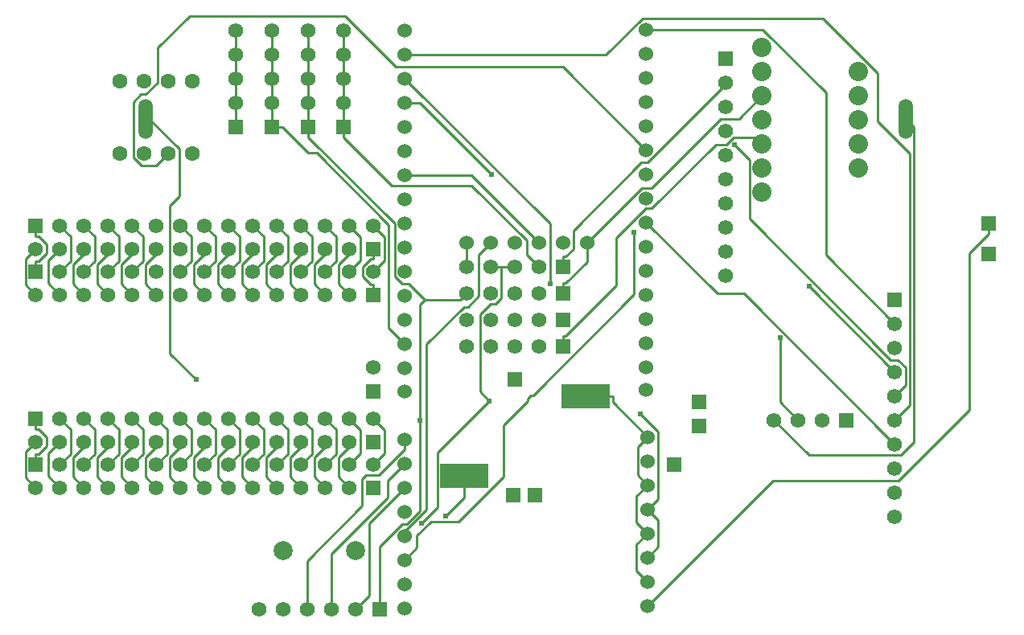
<source format=gbl>
G04 Layer: BottomLayer*
G04 EasyEDA v6.5.51, 2025-12-08 09:47:30*
G04 7167e3a2cd4a4cc2b36d8ec3c7a0698f,d159c27349c1460ca4c4e21dfb61053a,10*
G04 Gerber Generator version 0.2*
G04 Scale: 100 percent, Rotated: No, Reflected: No *
G04 Dimensions in millimeters *
G04 leading zeros omitted , absolute positions ,4 integer and 5 decimal *
%FSLAX45Y45*%
%MOMM*%

%AMMACRO1*21,1,$1,$2,0,0,$3*%
%ADD10C,0.2540*%
%ADD11MACRO1,5.08X2.54X0.0000*%
%ADD12MACRO1,1.5748X1.5748X-90.0000*%
%ADD13C,1.5748*%
%ADD14MACRO1,1.5748X1.5748X0.0000*%
%ADD15O,1.499997X4.199992*%
%ADD16C,2.0000*%
%ADD17R,1.5748X1.5748*%
%ADD18R,0.0189X1.5748*%
%ADD19C,1.6000*%
%ADD20C,2.0320*%
%ADD21C,1.5240*%
%ADD22R,1.5000X1.5000*%
%ADD23C,0.6100*%

%LPD*%
D10*
X3962400Y2044700D02*
G01*
X4080052Y2162352D01*
X4080052Y2409647D01*
X3962400Y2527300D01*
X2184400Y4076700D02*
G01*
X2295525Y4187825D01*
X2295525Y4448175D01*
X2184400Y4559300D01*
X2438400Y3835400D02*
G01*
X2327275Y3946525D01*
X2327275Y4153560D01*
X2438400Y4264685D01*
X2438400Y4318000D01*
X5194300Y4381500D02*
G01*
X5067300Y4254500D01*
X5067300Y3820413D01*
X4955286Y3708400D01*
X4914265Y3708400D01*
X4520387Y3314522D01*
X4520387Y1566494D01*
X4292600Y1338706D01*
X4292600Y1295400D01*
X4292600Y6108700D02*
G01*
X5817565Y4583734D01*
X5817565Y3949344D01*
X2438400Y4076700D02*
G01*
X2549525Y4187825D01*
X2549525Y4448175D01*
X2438400Y4559300D01*
X2692400Y3835400D02*
G01*
X2581275Y3946525D01*
X2581275Y4153560D01*
X2692400Y4264685D01*
X2692400Y4318000D01*
X406400Y1803400D02*
G01*
X299567Y1910232D01*
X299567Y2179167D01*
X406400Y2286000D01*
X9448800Y3022600D02*
G01*
X8547125Y3924274D01*
X4292600Y5854700D02*
G01*
X4447565Y5854700D01*
X5199888Y5102377D01*
X9448800Y2768600D02*
G01*
X9562439Y2882239D01*
X9562439Y3069158D01*
X9481997Y3149600D01*
X9406839Y3149600D01*
X7922183Y4634255D01*
X7922183Y5257495D01*
X7761376Y5418302D01*
X4447844Y2510789D02*
G01*
X4447844Y1551609D01*
X4318431Y1422196D01*
X4267581Y1422196D01*
X4025900Y1180515D01*
X4025900Y520700D01*
X4499940Y3782060D02*
G01*
X4447844Y3729964D01*
X4447844Y2510789D01*
X3276600Y5600700D02*
G01*
X3276600Y5494045D01*
X3276600Y5494045D02*
G01*
X4188002Y4582642D01*
X4188002Y4029379D01*
X4267682Y3949700D01*
X4332300Y3949700D01*
X4499940Y3782060D01*
X4499940Y3782060D02*
G01*
X4874259Y3782060D01*
X4940300Y3848100D01*
X3276600Y5854700D02*
G01*
X3276600Y5600700D01*
X5956300Y3848100D02*
G01*
X5956300Y3954754D01*
X5956300Y3954754D02*
G01*
X5982970Y3954754D01*
X6210300Y4182084D01*
X6210300Y4381500D01*
X3276600Y6362700D02*
G01*
X3276600Y6616700D01*
X3276600Y6108700D02*
G01*
X3276600Y6362700D01*
X3276600Y5854700D02*
G01*
X3276600Y6108700D01*
X8051876Y5930976D02*
G01*
X7807680Y5686780D01*
X7617790Y5686780D01*
X6888962Y4957953D01*
X6786752Y4957953D01*
X6210300Y4381500D01*
X6845300Y2336800D02*
G01*
X6479514Y2702585D01*
X6479514Y2768600D01*
X6845300Y1828800D02*
G01*
X6741033Y1933067D01*
X6741033Y2232532D01*
X6845300Y2336800D01*
X6197600Y2768600D02*
G01*
X6479514Y2768600D01*
X6845300Y1320800D02*
G01*
X6729120Y1436979D01*
X6729120Y1712620D01*
X6845300Y1828800D01*
X6845300Y812800D02*
G01*
X6729120Y928979D01*
X6729120Y1204620D01*
X6845300Y1320800D01*
X2895600Y5600700D02*
G01*
X3002254Y5600700D01*
X4292600Y3314700D02*
G01*
X4122623Y3484676D01*
X4122623Y4568317D01*
X3362629Y5328310D01*
X3274644Y5328310D01*
X3002254Y5600700D01*
X2895600Y5600700D02*
G01*
X2895600Y5854700D01*
X2895600Y6362700D02*
G01*
X2895600Y6616700D01*
X2895600Y6108700D02*
G01*
X2895600Y6362700D01*
X2895600Y5854700D02*
G01*
X2895600Y6108700D01*
X3263900Y520700D02*
G01*
X3263900Y1030376D01*
X3844239Y1610715D01*
X3844239Y1891309D01*
X3883659Y1930730D01*
X4018457Y1930730D01*
X4292600Y2204872D01*
X4292600Y2311400D01*
X3962400Y4076700D02*
G01*
X4080052Y4194352D01*
X4080052Y4441647D01*
X3962400Y4559300D01*
X6832600Y6629400D02*
G01*
X8057083Y6629400D01*
X8724341Y5962142D01*
X8724341Y4255058D01*
X9448800Y3530600D01*
X406400Y2527300D02*
G01*
X406400Y2420645D01*
X406400Y2044700D02*
G01*
X406400Y2151354D01*
X406400Y2151354D02*
G01*
X433070Y2151354D01*
X517525Y2235809D01*
X517525Y2336190D01*
X433070Y2420645D01*
X406400Y2420645D01*
X660400Y2044700D02*
G01*
X771525Y2155825D01*
X771525Y2416175D01*
X660400Y2527300D01*
X914400Y2044700D02*
G01*
X1025525Y2155825D01*
X1025525Y2416175D01*
X914400Y2527300D01*
X1168400Y2044700D02*
G01*
X1279525Y2155825D01*
X1279525Y2416175D01*
X1168400Y2527300D01*
X1422400Y2044700D02*
G01*
X1533525Y2155825D01*
X1533525Y2416175D01*
X1422400Y2527300D01*
X1676400Y2044700D02*
G01*
X1787525Y2155825D01*
X1787525Y2416175D01*
X1676400Y2527300D01*
X1930400Y2044700D02*
G01*
X2041525Y2155825D01*
X2041525Y2416175D01*
X1930400Y2527300D01*
X2184400Y2044700D02*
G01*
X2295525Y2155825D01*
X2295525Y2416175D01*
X2184400Y2527300D01*
X2438400Y2044700D02*
G01*
X2549525Y2155825D01*
X2549525Y2416175D01*
X2438400Y2527300D01*
X2692400Y2044700D02*
G01*
X2803525Y2155825D01*
X2803525Y2416175D01*
X2692400Y2527300D01*
X2946400Y2044700D02*
G01*
X3057525Y2155825D01*
X3057525Y2416175D01*
X2946400Y2527300D01*
X3200400Y2044700D02*
G01*
X3311525Y2155825D01*
X3311525Y2416175D01*
X3200400Y2527300D01*
X406400Y3835400D02*
G01*
X299567Y3942232D01*
X299567Y4211167D01*
X406400Y4318000D01*
X406400Y4559300D02*
G01*
X406400Y4452645D01*
X406400Y4076700D02*
G01*
X406400Y4183354D01*
X406400Y4183354D02*
G01*
X433070Y4183354D01*
X517525Y4267809D01*
X517525Y4368190D01*
X433070Y4452645D01*
X406400Y4452645D01*
X660400Y4076700D02*
G01*
X771525Y4187825D01*
X771525Y4448175D01*
X660400Y4559300D01*
X914400Y4076700D02*
G01*
X1025525Y4187825D01*
X1025525Y4448175D01*
X914400Y4559300D01*
X1168400Y4076700D02*
G01*
X1279525Y4187825D01*
X1279525Y4448175D01*
X1168400Y4559300D01*
X1422400Y4076700D02*
G01*
X1533525Y4187825D01*
X1533525Y4448175D01*
X1422400Y4559300D01*
X1930400Y4076700D02*
G01*
X2041525Y4187825D01*
X2041525Y4448175D01*
X1930400Y4559300D01*
X2692400Y4076700D02*
G01*
X2803525Y4187825D01*
X2803525Y4448175D01*
X2692400Y4559300D01*
X3200400Y4076700D02*
G01*
X3311525Y4187825D01*
X3311525Y4448175D01*
X3200400Y4559300D01*
X3454400Y4076700D02*
G01*
X3565525Y4187825D01*
X3565525Y4448175D01*
X3454400Y4559300D01*
X3708400Y4076700D02*
G01*
X3826052Y4194352D01*
X3826052Y4441647D01*
X3708400Y4559300D01*
X3454400Y1803400D02*
G01*
X3343275Y1914525D01*
X3343275Y2121560D01*
X3454400Y2232685D01*
X3454400Y2286000D01*
X3200400Y1803400D02*
G01*
X3089275Y1914525D01*
X3089275Y2121560D01*
X3200400Y2232685D01*
X3200400Y2286000D01*
X2946400Y1803400D02*
G01*
X2835275Y1914525D01*
X2835275Y2121560D01*
X2946400Y2232685D01*
X2946400Y2286000D01*
X2692400Y1803400D02*
G01*
X2581275Y1914525D01*
X2581275Y2121560D01*
X2692400Y2232685D01*
X2692400Y2286000D01*
X2438400Y1803400D02*
G01*
X2327275Y1914525D01*
X2327275Y2121560D01*
X2438400Y2232685D01*
X2438400Y2286000D01*
X2184400Y1803400D02*
G01*
X2073275Y1914525D01*
X2073275Y2121560D01*
X2184400Y2232685D01*
X2184400Y2286000D01*
X1930400Y1803400D02*
G01*
X1819275Y1914525D01*
X1819275Y2121560D01*
X1930400Y2232685D01*
X1930400Y2286000D01*
X1676400Y1803400D02*
G01*
X1565275Y1914525D01*
X1565275Y2121560D01*
X1676400Y2232685D01*
X1676400Y2286000D01*
X1422400Y1803400D02*
G01*
X1311275Y1914525D01*
X1311275Y2121560D01*
X1422400Y2232685D01*
X1422400Y2286000D01*
X1168400Y1803400D02*
G01*
X1057275Y1914525D01*
X1057275Y2121560D01*
X1168400Y2232685D01*
X1168400Y2286000D01*
X3708400Y3835400D02*
G01*
X3597275Y3946525D01*
X3597275Y4153560D01*
X3708400Y4264685D01*
X3708400Y4318000D01*
X1676400Y3835400D02*
G01*
X1565275Y3946525D01*
X1565275Y4153560D01*
X1676400Y4264685D01*
X1676400Y4318000D01*
X3962400Y4318000D02*
G01*
X3962400Y4211345D01*
X3962400Y3835400D02*
G01*
X3962400Y3942054D01*
X3962400Y3942054D02*
G01*
X3935729Y3942054D01*
X3852341Y4025442D01*
X3852341Y4126737D01*
X3936949Y4211345D01*
X3962400Y4211345D01*
X914400Y1803400D02*
G01*
X803275Y1914525D01*
X803275Y2121560D01*
X914400Y2232685D01*
X914400Y2286000D01*
X660400Y1803400D02*
G01*
X538657Y1925142D01*
X538657Y2164257D01*
X660400Y2286000D01*
X3454400Y3835400D02*
G01*
X3343275Y3946525D01*
X3343275Y4153560D01*
X3454400Y4264685D01*
X3454400Y4318000D01*
X2946400Y3835400D02*
G01*
X2835275Y3946525D01*
X2835275Y4153560D01*
X2946400Y4264685D01*
X2946400Y4318000D01*
X2184400Y3835400D02*
G01*
X2073275Y3946525D01*
X2073275Y4153560D01*
X2184400Y4264685D01*
X2184400Y4318000D01*
X1422400Y3835400D02*
G01*
X1311275Y3946525D01*
X1311275Y4153560D01*
X1422400Y4264685D01*
X1422400Y4318000D01*
X1168400Y3835400D02*
G01*
X1057275Y3946525D01*
X1057275Y4153560D01*
X1168400Y4264685D01*
X1168400Y4318000D01*
X914400Y3835400D02*
G01*
X803275Y3946525D01*
X803275Y4153560D01*
X914400Y4264685D01*
X914400Y4318000D01*
X660400Y3835400D02*
G01*
X538657Y3957142D01*
X538657Y4196257D01*
X660400Y4318000D01*
X3454400Y2044700D02*
G01*
X3565525Y2155825D01*
X3565525Y2416175D01*
X3454400Y2527300D01*
X8178800Y2514600D02*
G01*
X8545855Y2147544D01*
X9513798Y2147544D01*
X9650984Y2284729D01*
X9650984Y5601207D01*
X9562591Y5689600D01*
X2946400Y4076700D02*
G01*
X3057525Y4187825D01*
X3057525Y4448175D01*
X2946400Y4559300D01*
X3200400Y3835400D02*
G01*
X3089275Y3946525D01*
X3089275Y4153560D01*
X3200400Y4264685D01*
X3200400Y4318000D01*
X4292600Y2057400D02*
G01*
X4114418Y1879219D01*
X4114418Y1700326D01*
X3517900Y1103807D01*
X3517900Y520700D01*
X5956300Y3289300D02*
G01*
X5956300Y3395954D01*
X5956300Y3395954D02*
G01*
X5982970Y3395954D01*
X6519036Y3932021D01*
X6519036Y4436516D01*
X6824979Y4742459D01*
X6889597Y4742459D01*
X7562570Y5415432D01*
X7675194Y5415432D01*
X7751419Y5491657D01*
X7983194Y5491657D01*
X8051876Y5422976D01*
X2514600Y5854700D02*
G01*
X2514600Y5600700D01*
X2514600Y6362700D02*
G01*
X2514600Y6616700D01*
X2514600Y6108700D02*
G01*
X2514600Y6362700D01*
X2514600Y5854700D02*
G01*
X2514600Y6108700D01*
X10439400Y4584700D02*
G01*
X10439400Y4478045D01*
X6845300Y558800D02*
G01*
X8166100Y1879600D01*
X9491090Y1879600D01*
X10228732Y2617241D01*
X10228732Y4267377D01*
X10439400Y4478045D01*
X4292600Y1803400D02*
G01*
X3919067Y1429867D01*
X3919067Y667867D01*
X3771900Y520700D01*
X8432800Y2514600D02*
G01*
X8242477Y2704922D01*
X8242477Y3381095D01*
X1562607Y5689600D02*
G01*
X1597939Y5689600D01*
X1919198Y5368340D01*
X1919198Y4876545D01*
X1817878Y4775225D01*
X1817878Y3215208D01*
X2093036Y2940050D01*
X9448800Y2514600D02*
G01*
X9604527Y2670327D01*
X9604527Y5323763D01*
X9268942Y5659348D01*
X9268942Y6168491D01*
X8691422Y6746011D01*
X6791909Y6746011D01*
X6408597Y6362700D01*
X4292600Y6362700D01*
X6771893Y2576372D02*
G01*
X6954824Y2393442D01*
X6954824Y1684324D01*
X6845300Y1574800D01*
X6845300Y1066800D02*
G01*
X6957568Y1179068D01*
X6957568Y1462531D01*
X6845300Y1574800D01*
X5177383Y2715132D02*
G01*
X4632833Y2170582D01*
X4632833Y1596110D01*
X4466767Y1430045D01*
X5302834Y4127500D02*
G01*
X5302834Y3796664D01*
X5247436Y3741267D01*
X5193893Y3741267D01*
X5081066Y3628440D01*
X5081066Y2811449D01*
X5177383Y2715132D01*
X5302834Y4127500D02*
G01*
X5194300Y4127500D01*
X5448300Y4127500D02*
G01*
X5302834Y4127500D01*
X3644900Y5600700D02*
G01*
X3644900Y5494045D01*
X5702300Y4127500D02*
G01*
X5575300Y4254500D01*
X5575300Y4405477D01*
X4994732Y4986045D01*
X4152900Y4986045D01*
X3644900Y5494045D01*
X5956300Y4127500D02*
G01*
X5956300Y4234154D01*
X3644900Y5854700D02*
G01*
X3644900Y5600700D01*
X3644900Y6362700D02*
G01*
X3644900Y6616700D01*
X3644900Y6108700D02*
G01*
X3644900Y6362700D01*
X3644900Y5854700D02*
G01*
X3644900Y6108700D01*
X7670800Y6070600D02*
G01*
X7670800Y6049670D01*
X6846214Y5225084D01*
X6777075Y5225084D01*
X6062954Y4510963D01*
X6062954Y4314113D01*
X5982995Y4234154D01*
X5956300Y4234154D01*
X4940300Y4381500D02*
G01*
X4940300Y4127500D01*
X4721047Y1500504D02*
G01*
X4914900Y1694357D01*
X4914900Y1930400D01*
X5702300Y4381500D02*
G01*
X4991100Y5092700D01*
X4292600Y5092700D01*
X3708400Y2044700D02*
G01*
X3826052Y2162352D01*
X3826052Y2409647D01*
X3708400Y2527300D01*
X3708400Y1803400D02*
G01*
X3597275Y1914525D01*
X3597275Y2121560D01*
X3708400Y2232685D01*
X3708400Y2286000D01*
X6705015Y4491507D02*
G01*
X6705015Y3835857D01*
X5642863Y2773705D01*
X5617336Y2773705D01*
X5583021Y2739389D01*
X5583021Y2713862D01*
X5332501Y2463342D01*
X5332501Y1921382D01*
X4852898Y1441780D01*
X4564303Y1441780D01*
X4419955Y1297431D01*
X4419955Y1168755D01*
X4292600Y1041400D01*
X9448800Y2260600D02*
G01*
X7858379Y3851020D01*
X7578979Y3851020D01*
X6832600Y4597400D01*
X6832600Y5359400D02*
G01*
X5956300Y6235700D01*
X4198924Y6235700D01*
X3663721Y6770903D01*
X2024989Y6770903D01*
X1690801Y6436715D01*
X1690801Y6069787D01*
X1564843Y5943828D01*
X1514170Y5943828D01*
X1436801Y5866460D01*
X1436801Y5276850D01*
X1519809Y5193842D01*
X1675942Y5193842D01*
X1803400Y5321300D01*
D11*
G01*
X6197600Y2768600D03*
G01*
X4914900Y1930400D03*
D12*
G01*
X10439400Y4267200D03*
G01*
X10439400Y4584700D03*
G01*
X5448300Y2946400D03*
D13*
G01*
X406400Y4318000D03*
G01*
X660400Y4318000D03*
G01*
X914400Y4318000D03*
G01*
X1168400Y4318000D03*
G01*
X1422400Y4318000D03*
G01*
X1676400Y4318000D03*
G01*
X1930400Y4318000D03*
G01*
X2184400Y4318000D03*
G01*
X2438400Y4318000D03*
G01*
X2692400Y4318000D03*
G01*
X2946400Y4318000D03*
G01*
X3200400Y4318000D03*
G01*
X3454400Y4318000D03*
G01*
X3708400Y4318000D03*
D14*
G01*
X3962400Y4318000D03*
D13*
G01*
X406400Y3835400D03*
G01*
X660400Y3835400D03*
G01*
X914400Y3835400D03*
G01*
X1168400Y3835400D03*
G01*
X1422400Y3835400D03*
G01*
X1676400Y3835400D03*
G01*
X1930400Y3835400D03*
G01*
X2184400Y3835400D03*
G01*
X2438400Y3835400D03*
G01*
X2692400Y3835400D03*
G01*
X2946400Y3835400D03*
G01*
X3200400Y3835400D03*
G01*
X3454400Y3835400D03*
G01*
X3708400Y3835400D03*
D14*
G01*
X3962400Y3835400D03*
D13*
G01*
X406400Y2286000D03*
G01*
X660400Y2286000D03*
G01*
X914400Y2286000D03*
G01*
X1168400Y2286000D03*
G01*
X1422400Y2286000D03*
G01*
X1676400Y2286000D03*
G01*
X1930400Y2286000D03*
G01*
X2184400Y2286000D03*
G01*
X2438400Y2286000D03*
G01*
X2692400Y2286000D03*
G01*
X2946400Y2286000D03*
G01*
X3200400Y2286000D03*
G01*
X3454400Y2286000D03*
G01*
X3708400Y2286000D03*
D14*
G01*
X3962400Y2286000D03*
D13*
G01*
X406400Y1803400D03*
G01*
X660400Y1803400D03*
G01*
X914400Y1803400D03*
G01*
X1168400Y1803400D03*
G01*
X1422400Y1803400D03*
G01*
X1676400Y1803400D03*
G01*
X1930400Y1803400D03*
G01*
X2184400Y1803400D03*
G01*
X2438400Y1803400D03*
G01*
X2692400Y1803400D03*
G01*
X2946400Y1803400D03*
G01*
X3200400Y1803400D03*
G01*
X3454400Y1803400D03*
G01*
X3708400Y1803400D03*
D14*
G01*
X3962400Y1803400D03*
D13*
G01*
X4940300Y4127500D03*
G01*
X5194300Y4127500D03*
G01*
X5448300Y4127500D03*
G01*
X5702300Y4127500D03*
D14*
G01*
X5956300Y4127500D03*
D13*
G01*
X4940300Y3848100D03*
G01*
X5194300Y3848100D03*
G01*
X5448300Y3848100D03*
G01*
X5702300Y3848100D03*
D14*
G01*
X5956300Y3848100D03*
D13*
G01*
X4940300Y3568700D03*
G01*
X5194300Y3568700D03*
G01*
X5448300Y3568700D03*
G01*
X5702300Y3568700D03*
D14*
G01*
X5956300Y3568700D03*
D13*
G01*
X4940300Y3289300D03*
G01*
X5194300Y3289300D03*
G01*
X5448300Y3289300D03*
G01*
X5702300Y3289300D03*
D14*
G01*
X5956300Y3289300D03*
D15*
G01*
X9562591Y5689600D03*
G01*
X1562607Y5689600D03*
D13*
G01*
X2755900Y520700D03*
G01*
X3009900Y520700D03*
G01*
X3263900Y520700D03*
G01*
X3517900Y520700D03*
G01*
X3771900Y520700D03*
D14*
G01*
X4025900Y520700D03*
D16*
G01*
X3009900Y1143000D03*
G01*
X3771900Y1143000D03*
D17*
G01*
X3962400Y2819400D03*
D13*
G01*
X3962400Y3073400D03*
D19*
G01*
X1295400Y5321300D03*
G01*
X1549400Y5321300D03*
G01*
X1803400Y5321300D03*
G01*
X2057400Y5321300D03*
G01*
X2057400Y6083300D03*
G01*
X1803400Y6083300D03*
G01*
X1549400Y6083300D03*
G01*
X1295400Y6083300D03*
D13*
G01*
X3644900Y6616700D03*
G01*
X3644900Y6362700D03*
G01*
X3644900Y6108700D03*
G01*
X3644900Y5854700D03*
D17*
G01*
X3644900Y5600700D03*
D13*
G01*
X3276600Y6616700D03*
G01*
X3276600Y6362700D03*
G01*
X3276600Y6108700D03*
G01*
X3276600Y5854700D03*
D17*
G01*
X3276600Y5600700D03*
D20*
G01*
X9067876Y5676976D03*
G01*
X9067876Y5930976D03*
G01*
X9067876Y6184976D03*
G01*
X9067876Y5422976D03*
G01*
X9067876Y5168976D03*
G01*
X8051876Y5676976D03*
G01*
X8051876Y5422976D03*
G01*
X8051876Y5168976D03*
G01*
X8051876Y4914976D03*
G01*
X8051876Y5930976D03*
G01*
X8051876Y6184976D03*
G01*
X8051800Y6438900D03*
D13*
G01*
X2895600Y6616700D03*
G01*
X2895600Y6362700D03*
G01*
X2895600Y6108700D03*
G01*
X2895600Y5854700D03*
D17*
G01*
X2895600Y5600700D03*
D13*
G01*
X2514600Y6616700D03*
G01*
X2514600Y6362700D03*
G01*
X2514600Y6108700D03*
G01*
X2514600Y5854700D03*
D17*
G01*
X2514600Y5600700D03*
D21*
G01*
X6832600Y2832100D03*
G01*
X6845300Y2336800D03*
G01*
X6845300Y2082800D03*
G01*
X6845300Y1828800D03*
G01*
X6845300Y1574800D03*
G01*
X6845300Y1320800D03*
G01*
X6845300Y1066800D03*
G01*
X6845300Y812800D03*
G01*
X6845300Y558800D03*
G01*
X6832600Y6629400D03*
G01*
X6832600Y6375400D03*
G01*
X6832600Y6121400D03*
G01*
X6832600Y5867400D03*
G01*
X6832600Y5613400D03*
G01*
X6832600Y5359400D03*
G01*
X6832600Y5105400D03*
G01*
X6832600Y4851400D03*
G01*
X6832600Y4597400D03*
G01*
X6832600Y4343400D03*
G01*
X6832600Y4089400D03*
G01*
X6832600Y3835400D03*
G01*
X6832600Y3581400D03*
G01*
X6832600Y3327400D03*
G01*
X6832600Y3073400D03*
G01*
X4292600Y3060700D03*
G01*
X4292600Y3314700D03*
G01*
X4292600Y3568700D03*
G01*
X4292600Y3822700D03*
G01*
X4292600Y4076700D03*
G01*
X4292600Y4330700D03*
G01*
X4292600Y4584700D03*
G01*
X4292600Y4838700D03*
G01*
X4292600Y5092700D03*
G01*
X4292600Y5346700D03*
G01*
X4292600Y5600700D03*
G01*
X4292600Y5854700D03*
G01*
X4292600Y6108700D03*
G01*
X4292600Y6362700D03*
G01*
X4292600Y6616700D03*
G01*
X4292600Y533400D03*
G01*
X4292600Y787400D03*
G01*
X4292600Y1041400D03*
G01*
X4292600Y1295400D03*
G01*
X4292600Y1549400D03*
G01*
X4292600Y1803400D03*
G01*
X4292600Y2057400D03*
G01*
X4292600Y2311400D03*
G01*
X4292600Y2819400D03*
D22*
G01*
X5435600Y1727200D03*
G01*
X5664200Y1727200D03*
D17*
G01*
X7391400Y2705100D03*
G01*
X7391400Y2451100D03*
D21*
G01*
X6210300Y4381500D03*
G01*
X5956300Y4381500D03*
G01*
X5702300Y4381500D03*
G01*
X5448300Y4381500D03*
G01*
X5194300Y4381500D03*
G01*
X4940300Y4381500D03*
D17*
G01*
X8940800Y2514600D03*
D13*
G01*
X8686800Y2514600D03*
G01*
X8432800Y2514600D03*
G01*
X8178800Y2514600D03*
D17*
G01*
X7124700Y2044700D03*
D13*
G01*
X3962400Y4559300D03*
G01*
X3708400Y4559300D03*
G01*
X3454400Y4559300D03*
G01*
X3200400Y4559300D03*
G01*
X2946400Y4559300D03*
G01*
X2692400Y4559300D03*
G01*
X2438400Y4559300D03*
G01*
X2184400Y4559300D03*
G01*
X1930400Y4559300D03*
G01*
X1676400Y4559300D03*
G01*
X1422400Y4559300D03*
G01*
X1168400Y4559300D03*
G01*
X914400Y4559300D03*
G01*
X660400Y4559300D03*
D17*
G01*
X406400Y4559300D03*
D13*
G01*
X3962400Y4076700D03*
G01*
X3708400Y4076700D03*
G01*
X3454400Y4076700D03*
G01*
X3200400Y4076700D03*
G01*
X2946400Y4076700D03*
G01*
X2692400Y4076700D03*
G01*
X2438400Y4076700D03*
G01*
X2184400Y4076700D03*
G01*
X1930400Y4076700D03*
G01*
X1676400Y4076700D03*
G01*
X1422400Y4076700D03*
G01*
X1168400Y4076700D03*
G01*
X914400Y4076700D03*
G01*
X660400Y4076700D03*
D17*
G01*
X406400Y4076700D03*
D13*
G01*
X3962400Y2527300D03*
G01*
X3708400Y2527300D03*
G01*
X3454400Y2527300D03*
G01*
X3200400Y2527300D03*
G01*
X2946400Y2527300D03*
G01*
X2692400Y2527300D03*
G01*
X2438400Y2527300D03*
G01*
X2184400Y2527300D03*
G01*
X1930400Y2527300D03*
G01*
X1676400Y2527300D03*
G01*
X1422400Y2527300D03*
G01*
X1168400Y2527300D03*
G01*
X914400Y2527300D03*
G01*
X660400Y2527300D03*
D17*
G01*
X406400Y2527300D03*
D13*
G01*
X3962400Y2044700D03*
G01*
X3708400Y2044700D03*
G01*
X3454400Y2044700D03*
G01*
X3200400Y2044700D03*
G01*
X2946400Y2044700D03*
G01*
X2692400Y2044700D03*
G01*
X2438400Y2044700D03*
G01*
X2184400Y2044700D03*
G01*
X1930400Y2044700D03*
G01*
X1676400Y2044700D03*
G01*
X1422400Y2044700D03*
G01*
X1168400Y2044700D03*
G01*
X914400Y2044700D03*
G01*
X660400Y2044700D03*
D17*
G01*
X406400Y2044700D03*
D13*
G01*
X7670800Y4038600D03*
G01*
X7670800Y4292600D03*
G01*
X7670800Y4546600D03*
G01*
X7670800Y4800600D03*
G01*
X7670800Y5054600D03*
G01*
X7670800Y5308600D03*
G01*
X7670800Y5562600D03*
G01*
X7670800Y5816600D03*
G01*
X7670800Y6070600D03*
D17*
G01*
X7670800Y6324600D03*
D13*
G01*
X9448800Y1498600D03*
G01*
X9448800Y1752600D03*
G01*
X9448800Y2006600D03*
G01*
X9448800Y2260600D03*
G01*
X9448800Y2514600D03*
G01*
X9448800Y2768600D03*
G01*
X9448800Y3022600D03*
G01*
X9448800Y3276600D03*
G01*
X9448800Y3530600D03*
D17*
G01*
X9448800Y3784600D03*
D23*
G01*
X5817565Y3949344D03*
G01*
X8547125Y3924274D03*
G01*
X5199888Y5102377D03*
G01*
X7761376Y5418302D03*
G01*
X4447844Y2510789D03*
G01*
X8242477Y3381095D03*
G01*
X2093036Y2940050D03*
G01*
X6771893Y2576372D03*
G01*
X5177383Y2715132D03*
G01*
X4466767Y1430045D03*
G01*
X4721047Y1500504D03*
G01*
X6705015Y4491507D03*
M02*

</source>
